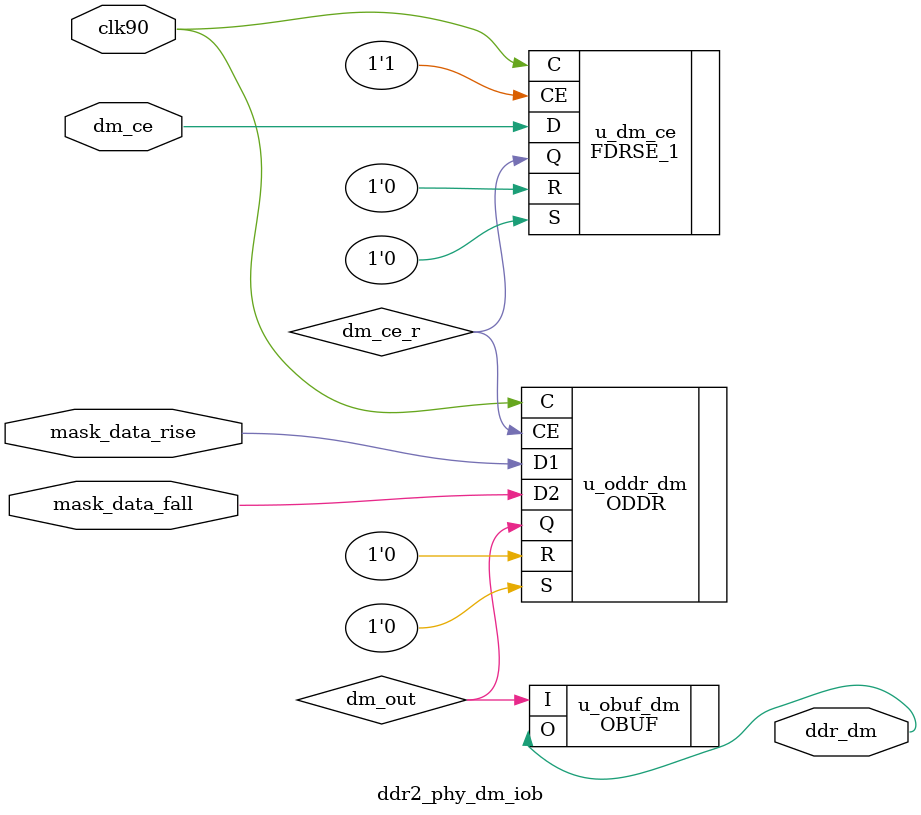
<source format=v>
module ddr2_phy_dm_iob
  (
   input  clk90,
   input  dm_ce,
   input  mask_data_rise,
   input  mask_data_fall,
   output ddr_dm
   );
 
  wire    dm_out;
  wire    dm_ce_r;
 
  FDRSE_1 u_dm_ce
    (
     .Q    (dm_ce_r),
     .C    (clk90),
     .CE   (1'b1),
     .D    (dm_ce),
     .R   (1'b0),
     .S   (1'b0)
     ) /* synthesis syn_preserve=1 */;
 
  ODDR #
    (
     .SRTYPE("SYNC"),
     .DDR_CLK_EDGE("SAME_EDGE")
     )
    u_oddr_dm
      (
       .Q  (dm_out),
       .C  (clk90),
       .CE (dm_ce_r),
       .D1 (mask_data_rise),
       .D2 (mask_data_fall),
       .R  (1'b0),
       .S  (1'b0)
       );
 
  OBUF u_obuf_dm
    (
     .I (dm_out),
     .O (ddr_dm)
     );
 
endmodule
</source>
